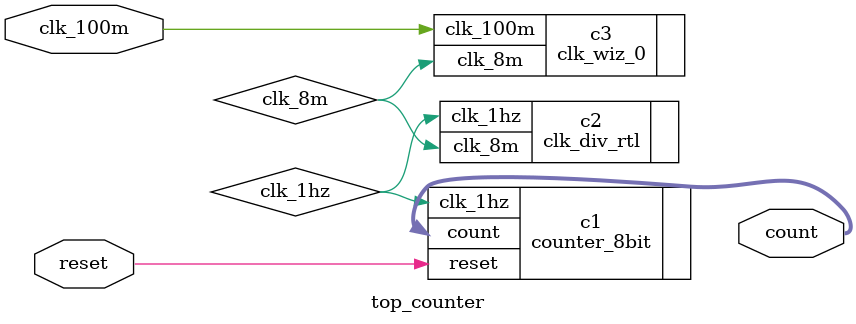
<source format=v>
`timescale 1ns / 1ps


module top_counter(
    input clk_100m,
    input reset,
    output [3:0] count
    );
    wire clk_8m, clk_1hz;
      clk_wiz_0 c3
   (
    // Clock out ports
    .clk_8m(clk_8m),     // output clk_8m
   // Clock in ports
    .clk_100m(clk_100m));
    
    clk_div_rtl c2(.clk_8m(clk_8m),.clk_1hz(clk_1hz));
    
    counter_8bit c1(.clk_1hz(clk_1hz), .reset(reset), .count(count));
    
    
endmodule

</source>
